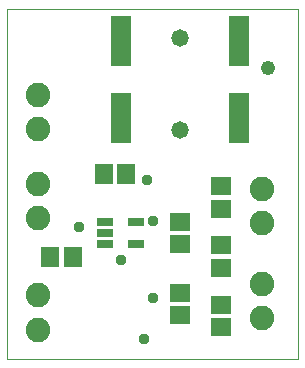
<source format=gts>
G75*
%MOIN*%
%OFA0B0*%
%FSLAX24Y24*%
%IPPOS*%
%LPD*%
%AMOC8*
5,1,8,0,0,1.08239X$1,22.5*
%
%ADD10C,0.0000*%
%ADD11C,0.0820*%
%ADD12R,0.0592X0.0671*%
%ADD13R,0.0671X0.0592*%
%ADD14R,0.0552X0.0297*%
%ADD15R,0.0710X0.1655*%
%ADD16C,0.0580*%
%ADD17C,0.0480*%
%ADD18C,0.0378*%
D10*
X000100Y000100D02*
X000100Y011785D01*
X009785Y011785D01*
X009785Y000100D01*
X000100Y000100D01*
D11*
X001124Y001085D03*
X001124Y002225D03*
X001124Y004810D03*
X001124Y005950D03*
X001124Y007778D03*
X001124Y008918D03*
X008604Y005768D03*
X008604Y004628D03*
X008604Y002603D03*
X008604Y001463D03*
D12*
X004057Y006273D03*
X003309Y006273D03*
X002285Y003517D03*
X001537Y003517D03*
D13*
X005848Y003931D03*
X005848Y004679D03*
X007226Y005112D03*
X007226Y005860D03*
X007226Y003891D03*
X007226Y003143D03*
X007226Y001923D03*
X007226Y001175D03*
X005848Y001569D03*
X005848Y002317D03*
D14*
X004391Y003931D03*
X004391Y004679D03*
X003368Y004679D03*
X003368Y004305D03*
X003368Y003931D03*
D15*
X003880Y008143D03*
X003880Y010702D03*
X007817Y010702D03*
X007817Y008143D03*
D16*
X005848Y007750D03*
X005848Y010801D03*
D17*
X008801Y009817D03*
D18*
X004765Y006076D03*
X004962Y004698D03*
X003880Y003419D03*
X004962Y002139D03*
X004667Y000761D03*
X002502Y004502D03*
M02*

</source>
